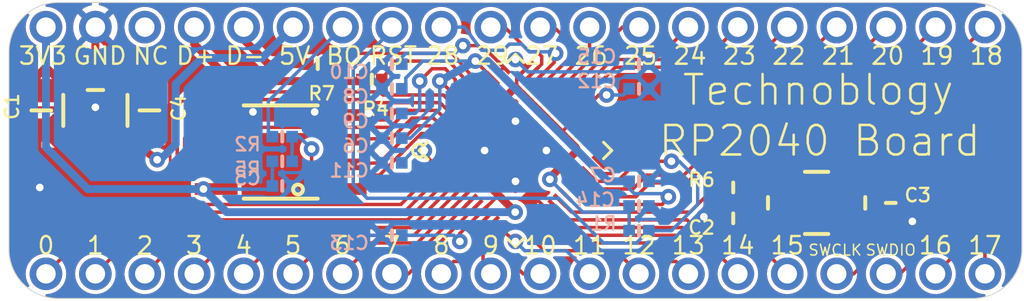
<source format=kicad_pcb>
(kicad_pcb (version 20221018) (generator pcbnew)
  (layers (0 "F.Cu" signal) (31 "B.Cu" signal) (34 "B.Paste" user) (35 "F.Paste" user) (36 "B.SilkS" user "B.Silkscreen") (37 "F.SilkS" user "F.Silkscreen") (38 "B.Mask" user) (39 "F.Mask" user) (44 "Edge.Cuts" user))
  (net 0 "")
  (net 1 "GND")
  (net 2 "+3V3")
  (net 3 "1.2V")
  (net 4 "+5V")
  (net 5 "Net-(IC1-XIN)")
  (net 6 "Net-(C3-Pad2)")
  (net 7 "/GPIO0")
  (net 8 "/GPIO1")
  (net 9 "/GPIO2")
  (net 10 "/GPIO3")
  (net 11 "/GPIO4")
  (net 12 "/GPIO5")
  (net 13 "/GPIO6")
  (net 14 "/GPIO7")
  (net 15 "/GPIO8")
  (net 16 "/GPIO9")
  (net 17 "/GPIO10")
  (net 18 "/GPIO11")
  (net 19 "/GPIO12")
  (net 20 "/GPIO13")
  (net 21 "/GPIO14")
  (net 22 "/GPIO15")
  (net 23 "Net-(IC1-XOUT)")
  (net 24 "/SWCLK")
  (net 25 "/SWDIO")
  (net 26 "/~{RESET}")
  (net 27 "/GPIO16")
  (net 28 "/GPIO17")
  (net 29 "/GPIO18")
  (net 30 "/GPIO19")
  (net 31 "/GPIO20")
  (net 32 "/GPIO21")
  (net 33 "/GPIO22")
  (net 34 "/GPIO23")
  (net 35 "/GPIO24")
  (net 36 "/GPIO25")
  (net 37 "/GPIO26")
  (net 38 "/GPIO27")
  (net 39 "/GPIO28")
  (net 40 "/GPIO29")
  (net 41 "/USB_D-")
  (net 42 "/USB_D+")
  (net 43 "/QSPI_DATA[3]")
  (net 44 "/QSPI_SCK")
  (net 45 "/QSPI_DATA[0]")
  (net 46 "/QSPI_DATA[2]")
  (net 47 "/QSPI_DATA[1]")
  (net 48 "/QSPI_CS")
  (net 49 "/USB_BOOT")
  (net 50 "/D+")
  (net 51 "/D-")
  (net 52 "/DATA")
  (footprint "RP2040Breakout:1X10_ROUND" (layer "F.Cu") (at 135.8011 98.6536)
    (fp_text reference "U$2" hide)
    (fp_text value "HEADER-1X10ROUND" hide)
  )
  (footprint "RP2040Breakout:_0402NO" (layer "F.Cu") (at 141.119225 101.35235)
    (fp_text reference "R4")
    (fp_text value "27" hide)
  )
  (footprint "RP2040Breakout:SOIC8_208MIL" (layer "F.Cu") (at 136.4361 105.082975 90)
    (fp_text reference "U1" hide)
    (fp_text value "W25Q128JVS" hide)
  )
  (footprint "RP2040Breakout:_0402NO" (layer "F.Cu") (at 138.3411 100.5586)
    (fp_text reference "R7")
    (fp_text value "27" hide)
  )
  (footprint "RP2040Breakout:_0805MP" (layer "F.Cu") (at 124.132975 102.93985 -90)
    (fp_text reference "C1")
    (fp_text value "10uF" hide)
  )
  (footprint "RP2040Breakout:CRYSTAL-SMD-5X3" (layer "F.Cu") (at 163.979225 107.70235 180)
    (fp_text reference "Y1" hide)
    (fp_text value "12MHz" hide)
  )
  (footprint "RP2040Breakout:_0402NO" (layer "F.Cu") (at 167.789225 107.70235 90)
    (fp_text reference "C3")
    (fp_text value "12pF" hide)
  )
  (footprint "RP2040Breakout:SOT23-5@1" (layer "F.Cu") (at 126.9111 102.93985)
    (fp_text reference "U2" hide)
    (fp_text value "AP2112-3.3")
  )
  (footprint "RP2040Breakout:1X10_ROUND" (layer "F.Cu") (at 161.2011 111.3536)
    (fp_text reference "U$3" hide)
    (fp_text value "HEADER-1X10ROUND" hide)
  )
  (footprint "RP2040Breakout:1X10_ROUND" (layer "F.Cu") (at 135.8011 111.3536)
    (fp_text reference "U$5" hide)
    (fp_text value "HEADER-1X10ROUND" hide)
  )
  (footprint "RP2040Breakout:1X10_ROUND" (layer "F.Cu") (at 161.2011 98.6536)
    (fp_text reference "U$1" hide)
    (fp_text value "HEADER-1X10ROUND" hide)
  )
  (footprint "RP2040Breakout:_0402NO" (layer "F.Cu") (at 159.692975 106.9086 180)
    (fp_text reference "R6")
    (fp_text value "1K" hide)
  )
  (footprint "RP2040Breakout:_0805MP" (layer "F.Cu") (at 129.689225 102.93985 90)
    (fp_text reference "C4")
    (fp_text value "10uF" hide)
  )
  (footprint "RP2040Breakout:QFN56_7MM_REDUCEDEPAD" (layer "F.Cu") (at 148.5011 105.0036 45)
    (fp_text reference "IC1" hide)
    (fp_text value "RP2040_QFN56" hide)
  )
  (footprint "RP2040Breakout:_0402NO" (layer "F.Cu") (at 159.692975 108.4961)
    (fp_text reference "C2")
    (fp_text value "12pF" hide)
  )
  (footprint "RP2040Breakout:_0402NO" (layer "B.Cu") (at 142.1511 100.5586 180)
    (fp_text reference "C10")
    (fp_text value "1uF" hide)
  )
  (footprint "RP2040Breakout:_0402NO" (layer "B.Cu") (at 142.1511 105.6386 180)
    (fp_text reference "C11")
    (fp_text value "100nF" hide)
  )
  (footprint "RP2040Breakout:_0402NO" (layer "B.Cu") (at 154.8511 100.5586)
    (fp_text reference "C15")
    (fp_text value "100nF" hide)
  )
  (footprint "RP2040Breakout:_0402NO" (layer "B.Cu") (at 136.515475 106.829225)
    (fp_text reference "C5")
    (fp_text value "100nF" hide)
  )
  (footprint "RP2040Breakout:_0402NO" (layer "B.Cu") (at 154.8511 107.8611)
    (fp_text reference "C14")
    (fp_text value "100nF" hide)
  )
  (footprint "RP2040Breakout:_0402NO" (layer "B.Cu") (at 142.1511 101.8286 180)
    (fp_text reference "C8")
    (fp_text value "1uF" hide)
  )
  (footprint "RP2040Breakout:_0402NO" (layer "B.Cu") (at 142.1511 103.0986 180)
    (fp_text reference "C9")
    (fp_text value "100nF" hide)
  )
  (footprint "RP2040Breakout:_0402NO" (layer "B.Cu") (at 154.8511 101.8286)
    (fp_text reference "C12")
    (fp_text value "100nF" hide)
  )
  (footprint "RP2040Breakout:_0402NO" (layer "B.Cu") (at 154.8511 106.5911)
    (fp_text reference "C7")
    (fp_text value "100nF" hide)
  )
  (footprint "RP2040Breakout:_0402NO" (layer "B.Cu") (at 142.1511 104.3686 180)
    (fp_text reference "C6")
    (fp_text value "100nF" hide)
  )
  (footprint "RP2040Breakout:_0402NO" (layer "B.Cu") (at 136.515475 105.559225 180)
    (fp_text reference "R5")
    (fp_text value "10K" hide)
  )
  (footprint "RP2040Breakout:_0402NO" (layer "B.Cu") (at 154.8511 109.1311)
    (fp_text reference "R1")
    (fp_text value "10K" hide)
  )
  (footprint "RP2040Breakout:_0402NO" (layer "B.Cu") (at 142.1511 109.369225 180)
    (fp_text reference "C13")
    (fp_text value "100nF" hide)
  )
  (footprint "RP2040Breakout:_0402NO" (layer "B.Cu") (at 136.515475 104.289225 180)
    (fp_text reference "R2")
    (fp_text value "1k" hide)
  )
  (gr_arc (start 174.5361 110.0836) (mid 173.792151 111.879651) (end 171.9961 112.6236) (stroke (width 0.05)) (layer "Edge.Cuts"))
  (gr_arc (start 171.9961 97.3836) (mid 173.792151 98.127549) (end 174.5361 99.9236) (stroke (width 0.05)) (layer "Edge.Cuts"))
  (gr_arc (start 122.4661 99.9236) (mid 123.210049 98.127549) (end 125.0061 97.3836) (stroke (width 0.05)) (layer "Edge.Cuts"))
  (gr_line (start 122.4661 110.0836) (end 122.4661 99.9236) (stroke (width 0.05)) (layer "Edge.Cuts"))
  (gr_arc (start 125.0061 112.6236) (mid 123.210049 111.879651) (end 122.4661 110.0836) (stroke (width 0.05)) (layer "Edge.Cuts"))
  (gr_line (start 125.0061 112.6236) (end 171.9961 112.6236) (stroke (width 0.05)) (layer "Edge.Cuts"))
  (gr_line (start 174.5361 110.0836) (end 174.5361 99.9236) (stroke (width 0.05)) (layer "Edge.Cuts"))
  (gr_line (start 171.9961 97.3836) (end 125.0061 97.3836) (stroke (width 0.05)) (layer "Edge.Cuts"))
  (gr_text "7" (at 142.1511 109.8931) (layer "F.SilkS") (effects (font (size 0.89408 0.89408) (thickness 0.12192))))
  (gr_text "SWCLK" (at 164.931725 110.131225) (layer "F.SilkS") (effects (font (size 0.5588 0.5588) (thickness 0.0762))))
  (gr_text "22" (at 162.550475 100.129975) (layer "F.SilkS") (effects (font (size 0.89408 0.89408) (thickness 0.12192))))
  (gr_text "D+" (at 132.070475 100.129975) (layer "F.SilkS") (effects (font (size 0.89408 0.89408) (thickness 0.12192))))
  (gr_text "11" (at 152.3111 109.8931) (layer "F.SilkS") (effects (font (size 0.89408 0.89408) (thickness 0.12192))))
  (gr_text "" (at 133.8961 109.5756) (layer "F.SilkS") (effects (font (size 0.89408 0.89408) (thickness 0.12192))))
  (gr_text "RST" (at 142.230475 100.129975) (layer "F.SilkS") (effects (font (size 0.89408 0.89408) (thickness 0.12192))))
  (gr_text "1" (at 126.9111 109.8931) (layer "F.SilkS") (effects (font (size 0.89408 0.89408) (thickness 0.12192))))
  (gr_text "0" (at 124.3711 109.8931) (layer "F.SilkS") (effects (font (size 0.89408 0.89408) (thickness 0.12192))))
  (gr_text "2" (at 129.4511 109.908975) (layer "F.SilkS") (effects (font (size 0.89408 0.89408) (thickness 0.12192))))
  (gr_text "SWDIO" (at 167.789225 110.131225) (layer "F.SilkS") (effects (font (size 0.5588 0.5588) (thickness 0.0762))))
  (gr_text "12" (at 154.8511 109.8931) (layer "F.SilkS") (effects (font (size 0.89408 0.89408) (thickness 0.12192))))
  (gr_text "NC" (at 129.7686 100.129975) (layer "F.SilkS") (effects (font (size 0.89408 0.89408) (thickness 0.12192))))
  (gr_text "18" (at 172.710475 100.129975) (layer "F.SilkS") (effects (font (size 0.89408 0.89408) (thickness 0.12192))))
  (gr_text "15" (at 162.4711 109.8931) (layer "F.SilkS") (effects (font (size 0.89408 0.89408) (thickness 0.12192))))
  (gr_text "16" (at 170.0911 109.8931) (layer "F.SilkS") (effects (font (size 0.89408 0.89408) (thickness 0.12192))))
  (gr_text "6" (at 139.6111 109.8931) (layer "F.SilkS") (effects (font (size 0.89408 0.89408) (thickness 0.12192))))
  (gr_text "3" (at 131.9911 109.8931) (layer "F.SilkS") (effects (font (size 0.89408 0.89408) (thickness 0.12192))))
  (gr_text "D-" (at 134.610475 100.129975) (layer "F.SilkS") (effects (font (size 0.89408 0.89408) (thickness 0.12192))))
  (gr_text "25" (at 154.930475 100.129975) (layer "F.SilkS") (effects (font (size 0.89408 0.89408) (thickness 0.12192))))
  (gr_text "24" (at 157.470475 100.129975) (layer "F.SilkS") (effects (font (size 0.89408 0.89408) (thickness 0.12192))))
  (gr_text "28" (at 144.770475 100.129975) (layer "F.SilkS") (effects (font (size 0.89408 0.89408) (thickness 0.12192))))
  (gr_text "21" (at 165.090475 100.129975) (layer "F.SilkS") (effects (font (size 0.89408 0.89408) (thickness 0.12192))))
  (gr_text "29" (at 147.310475 100.129975) (layer "F.SilkS") (effects (font (size 0.89408 0.89408) (thickness 0.12192))))
  (gr_text "8" (at 144.6911 109.8931) (layer "F.SilkS") (effects (font (size 0.89408 0.89408) (thickness 0.12192))))
  (gr_text "5V" (at 137.150475 100.129975) (layer "F.SilkS") (effects (font (size 0.89408 0.89408) (thickness 0.12192))))
  (gr_text "RP2040 Board" (at 164.137975 105.400475) (layer "F.SilkS") (effects (font (size 1.51892 1.51892) (thickness 0.13208)) (justify bottom)))
  (gr_text "23" (at 160.010475 100.129975) (layer "F.SilkS") (effects (font (size 0.89408 0.89408) (thickness 0.12192))))
  (gr_text "5" (at 137.0711 109.8931) (layer "F.SilkS") (effects (font (size 0.89408 0.89408) (thickness 0.12192))))
  (gr_text "19" (at 170.170475 100.129975) (layer "F.SilkS") (effects (font (size 0.89408 0.89408) (thickness 0.12192))))
  (gr_text "14" (at 159.9311 109.8931) (layer "F.SilkS") (effects (font (size 0.89408 0.89408) (thickness 0.12192))))
  (gr_text "17" (at 172.6311 109.8931) (layer "F.SilkS") (effects (font (size 0.89408 0.89408) (thickness 0.12192))))
  (gr_text "13" (at 157.3911 109.8931) (layer "F.SilkS") (effects (font (size 0.89408 0.89408) (thickness 0.12192))))
  (gr_text "Technoblogy" (at 164.0586 102.7811) (layer "F.SilkS") (effects (font (size 1.51892 1.51892) (thickness 0.13208)) (justify bottom)))
  (gr_text "20" (at 167.630475 100.129975) (layer "F.SilkS") (effects (font (size 0.89408 0.89408) (thickness 0.12192))))
  (gr_text "4" (at 134.5311 109.8931) (layer "F.SilkS") (effects (font (size 0.89408 0.89408) (thickness 0.12192))))
  (gr_text "10" (at 149.7711 109.8931) (layer "F.SilkS") (effects (font (size 0.89408 0.89408) (thickness 0.12192))))
  (gr_text "9" (at 147.2311 109.8931) (layer "F.SilkS") (effects (font (size 0.89408 0.89408) (thickness 0.12192))))
  (gr_text "3V3" (at 124.21235 100.129975) (layer "F.SilkS") (effects (font (size 0.89408 0.89408) (thickness 0.12192))))
  (gr_text "GND" (at 127.149225 100.129975) (layer "F.SilkS") (effects (font (size 0.89408 0.89408) (thickness 0.12192))))
  (gr_text "26" (at 152.390475 100.129975) (layer "F.SilkS") (effects (font (size 0.89408 0.89408) (thickness 0.12192))))
  (gr_text "BO" (at 139.690475 100.129975) (layer "F.SilkS") (effects (font (size 0.89408 0.89408) (thickness 0.12192))))
  (gr_text "27" (at 149.850475 100.129975) (layer "F.SilkS") (effects (font (size 0.89408 0.89408) (thickness 0.12192))))
  (segment (start 124.0536 104.035225) (end 124.132975 103.95585) (width 0.1778) (layer "F.Cu") (net 1))
  (segment (start 124.069475 104.035225) (end 125.244225 102.93985) (width 0.4064) (layer "F.Cu") (net 1))
  (segment (start 124.132975 103.95585) (end 124.069475 104.035225) (width 0.4064) (layer "F.Cu") (net 1))
  (segment (start 149.1361 107.052819) (end 150.233509 108.150229) (width 0.1778) (layer "F.Cu") (net 1))
  (segment (start 126.9111 98.891725) (end 126.9111 102.93985) (width 0.4064) (layer "F.Cu") (net 1))
  (segment (start 148.5011 106.5911) (end 148.5011 105.0036) (width 0.1778) (layer "F.Cu") (net 1))
  (segment (start 139.7511 103.177975) (end 138.49985 103.177975) (width 0.4064) (layer "F.Cu") (net 1))
  (segment (start 124.0536 106.9086) (end 124.0536 104.035225) (width 0.1778) (layer "F.Cu") (net 1))
  (segment (start 158.264225 108.4961) (end 158.18485 108.416725) (width 0.1778) (layer "F.Cu") (net 1))
  (segment (start 126.9111 98.6536) (end 126.9111 98.891725) (width 0.4064) (layer "F.Cu") (net 1))
  (segment (start 149.1361 105.6386) (end 149.1361 107.052819) (width 0.1778) (layer "F.Cu") (net 1))
  (segment (start 159.184975 108.4961) (end 158.264225 108.4961) (width 0.1778) (layer "F.Cu") (net 1))
  (segment (start 125.244225 102.93985) (end 126.9111 102.93985) (width 0.4064) (layer "F.Cu") (net 1))
  (segment (start 138.49985 103.177975) (end 138.420475 103.0986) (width 0.4064) (layer "F.Cu") (net 1))
  (segment (start 129.689225 101.66985) (end 126.9111 98.891725) (width 0.4064) (layer "F.Cu") (net 1))
  (segment (start 148.5011 103.7336) (end 148.5011 105.0036) (width 0.1778) (layer "F.Cu") (net 1))
  (segment (start 129.689225 101.92385) (end 129.689225 101.66985) (width 0.4064) (layer "F.Cu") (net 1))
  (via (at 140.960475 103.0986) (size 0.8001) (drill 0.3937) (layers "F.Cu" "B.Cu") (net 1))
  (via (at 138.18235 103.019225) (size 0.8001) (drill 0.3937) (layers "F.Cu" "B.Cu") (net 1))
  (via (at 150.0886 105.0036) (size 0.8001) (drill 0.3937) (layers "F.Cu" "B.Cu") (net 1))
  (via (at 146.9136 105.0036) (size 0.8001) (drill 0.3937) (layers "F.Cu" "B.Cu") (net 1))
  (via (at 135.00735 103.019225) (size 0.8001) (drill 0.3937) (layers "F.Cu" "B.Cu") (net 1))
  (via (at 124.0536 106.9086) (size 0.8001) (drill 0.3937) (layers "F.Cu" "B.Cu") (net 1))
  (via (at 168.900475 108.65485) (size 0.8001) (drill 0.3937) (layers "F.Cu" "B.Cu") (net 1))
  (via (at 126.9111 102.7811) (size 0.8001) (drill 0.3937) (layers "F.Cu" "B.Cu") (net 1))
  (via (at 158.18485 108.416725) (size 0.8001) (drill 0.3937) (layers "F.Cu" "B.Cu") (net 1))
  (via (at 148.5011 106.5911) (size 0.8001) (drill 0.3937) (layers "F.Cu" "B.Cu") (net 1))
  (via (at 148.5011 103.495475) (size 0.8001) (drill 0.3937) (layers "F.Cu" "B.Cu") (net 1))
  (segment (start 157.3911 107.5436) (end 157.3911 106.9086) (width 0.1778) (layer "B.Cu") (net 1))
  (segment (start 157.0736 106.5911) (end 155.3591 106.5911) (width 0.1778) (layer "B.Cu") (net 1))
  (segment (start 156.7561 108.1786) (end 157.3911 107.5436) (width 0.1778) (layer "B.Cu") (net 1))
  (segment (start 155.96235 108.1786) (end 156.7561 108.1786) (width 0.1778) (layer "B.Cu") (net 1))
  (segment (start 141.6431 109.369225) (end 126.514225 109.369225) (width 0.1778) (layer "B.Cu") (net 1))
  (segment (start 157.3911 106.9086) (end 157.0736 106.5911) (width 0.1778) (layer "B.Cu") (net 1))
  (segment (start 155.3591 107.8611) (end 155.64485 107.8611) (width 0.1778) (layer "B.Cu") (net 1))
  (segment (start 155.64485 107.8611) (end 155.96235 108.1786) (width 0.1778) (layer "B.Cu") (net 1))
  (segment (start 126.514225 109.369225) (end 124.0536 106.9086) (width 0.1778) (layer "B.Cu") (net 1))
  (segment (start 151.647725 103.271191) (end 151.647725 103.285725) (width 0.2032) (layer "F.Cu") (net 2))
  (segment (start 147.588287 107.265788) (end 145.246725 104.924225) (width 0.4064) (layer "F.Cu") (net 2))
  (segment (start 147.588287 107.345163) (end 147.588287 107.265788) (width 0.1778) (layer "F.Cu") (net 2))
  (segment (start 123.89485 101.1936) (end 123.89485 101.92385) (width 0.4064) (layer "F.Cu") (net 2))
  (segment (start 144.223103 105.604644) (end 144.248806 105.604644) (width 0.1778) (layer "F.Cu") (net 2))
  (segment (start 149.10214 100.725607) (end 149.10214 100.75131) (width 0.1778) (layer "F.Cu") (net 2))
  (segment (start 125.2935 101.63975) (end 124.3711 100.71735) (width 0.4064) (layer "F.Cu") (net 2))
  (segment (start 149.10214 100.75131) (end 148.564831 101.288619) (width 0.1778) (layer "F.Cu") (net 2))
  (segment (start 147.270787 102.979538) (end 148.421725 101.8286) (width 0.4064) (layer "F.Cu") (net 2))
  (segment (start 153.184225 102.1461) (end 152.78735 102.1461) (width 0.1778) (layer "F.Cu") (net 2))
  (segment (start 147.018675 99.844225) (end 147.900056 100.725607) (width 0.1778) (layer "F.Cu") (net 2))
  (segment (start 132.46735 106.987975) (end 133.1211 106.987975) (width 0.1778) (layer "F.Cu") (net 2))
  (segment (start 145.6436 109.686725) (end 145.629065 109.28985) (width 0.1778) (layer "F.Cu") (net 2))
  (segment (start 147.018675 99.844225) (end 146.834225 99.844225) (width 0.1778) (layer "F.Cu") (net 2))
  (segment (start 146.998 103.217663) (end 146.203 102.422663) (width 0.1778) (layer "F.Cu") (net 2))
  (segment (start 145.246725 104.924225) (end 144.903521 104.924225) (width 0.1778) (layer "F.Cu") (net 2))
  (segment (start 150.842662 104.090788) (end 148.564831 101.812957) (width 0.4064) (layer "F.Cu") (net 2))
  (segment (start 146.834225 99.844225) (end 146.5961 99.6061) (width 0.1778) (layer "F.Cu") (net 2))
  (segment (start 145.629065 109.28985) (end 146.768687 108.150229) (width 0.1778) (layer "F.Cu") (net 2))
  (segment (start 151.6761 105.0036) (end 151.596725 104.84485) (width 0.4064) (layer "F.Cu") (net 2))
  (segment (start 147.032662 103.217663) (end 147.270787 102.979538) (width 0.4064) (layer "F.Cu") (net 2))
  (segment (start 146.768687 108.150229) (end 146.768687 108.164763) (width 0.1778) (layer "F.Cu") (net 2))
  (segment (start 124.3711 98.6536) (end 124.3711 100.71735) (width 0.4064) (layer "F.Cu") (net 2))
  (segment (start 144.903521 104.924225) (end 144.223103 105.604644) (width 0.1778) (layer "F.Cu") (net 2))
  (segment (start 124.3711 100.71735) (end 123.89485 101.1936) (width 0.4064) (layer "F.Cu") (net 2))
  (segment (start 147.032662 103.217663) (end 146.998 103.217663) (width 0.1778) (layer "F.Cu") (net 2))
  (segment (start 145.405475 101.35235) (end 145.405475 101.625138) (width 0.1778) (layer "F.Cu") (net 2))
  (segment (start 150.24735 106.43235) (end 151.6761 105.0036) (width 0.4064) (layer "F.Cu") (net 2))
  (segment (start 144.030396 105.400475) (end 144.223103 105.604644) (width 0.1778) (layer "F.Cu") (net 2))
  (segment (start 123.89485 101.92385) (end 124.132975 101.92385) (width 0.4064) (layer "F.Cu") (net 2))
  (segment (start 151.662259 103.271191) (end 152.78735 102.1461) (width 0.1778) (layer "F.Cu") (net 2))
  (segment (start 150.24735 106.467013) (end 150.269706 106.489369) (width 0.1778) (layer "F.Cu") (net 2))
  (segment (start 144.894562 100.796725) (end 144.21485 100.796725) (width 0.1778) (layer "F.Cu") (net 2))
  (segment (start 147.270787 102.924763) (end 146.485843 102.139819) (width 0.1778) (layer "F.Cu") (net 2))
  (segment (start 145.80235 99.6061) (end 146.5961 99.6061) (width 0.1778) (layer "F.Cu") (net 2))
  (segment (start 151.647725 103.285725) (end 150.842662 104.090788) (width 0.1778) (layer "F.Cu") (net 2))
  (segment (start 150.269706 106.489369) (end 151.082037 107.3017) (width 0.1778) (layer "F.Cu") (net 2))
  (segment (start 146.203 102.422663) (end 146.237662 102.422663) (width 0.1778) (layer "F.Cu") (net 2))
  (segment (start 150.292062 106.511725) (end 150.269706 106.489369) (width 0.1778) (layer "F.Cu") (net 2))
  (segment (start 147.270787 102.979538) (end 147.270787 102.924763) (width 0.1778) (layer "F.Cu") (net 2))
  (segment (start 146.768687 108.164763) (end 147.588287 107.345163) (width 0.1778) (layer "F.Cu") (net 2))
  (segment (start 147.900056 100.725607) (end 147.617215 101.008447) (width 0.1778) (layer "F.Cu") (net 2))
  (segment (start 146.485843 102.139819) (end 146.510443 102.139819) (width 0.1778) (layer "F.Cu") (net 2))
  (segment (start 148.5011 100.320475) (end 148.697009 100.320475) (width 0.1778) (layer "F.Cu") (net 2))
  (segment (start 148.564831 101.812957) (end 148.564831 101.288619) (width 0.1778) (layer "F.Cu") (net 2))
  (segment (start 145.405475 101.625138) (end 146.203 102.422663) (width 0.1778) (layer "F.Cu") (net 2))
  (segment (start 151.596725 104.84485) (end 150.842662 104.090788) (width 0.4064) (layer "F.Cu") (net 2))
  (segment (start 125.9611 101.63975) (end 125.2935 101.63975) (width 0.4064) (layer "F.Cu") (net 2))
  (segment (start 148.421725 101.812957) (end 148.564831 101.812957) (width 0.4064) (layer "F.Cu") (net 2))
  (segment (start 150.24735 106.43235) (end 150.24735 106.467013) (width 0.1778) (layer "F.Cu") (net 2))
  (segment (start 151.647725 103.271191) (end 151.662259 103.271191) (width 0.1778) (layer "F.Cu") (net 2))
  (segment (start 148.697009 100.320475) (end 149.10214 100.725607) (width 0.1778) (layer "F.Cu") (net 2))
  (segment (start 143.817975 105.0036) (end 144.030396 105.400475) (width 0.1778) (layer "F.Cu") (net 2))
  (segment (start 148.421725 101.812957) (end 147.617215 101.008447) (width 0.1778) (layer "F.Cu") (net 2))
  (segment (start 148.486565 108.164066) (end 147.588287 107.265788) (width 0.4064) (layer "F.Cu") (net 2))
  (segment (start 145.3261 104.924225) (end 147.032662 103.217663) (width 0.4064) (layer "F.Cu") (net 2))
  (segment (start 144.21485 100.796725) (end 143.57985 101.431725) (width 0.1778) (layer "F.Cu") (net 2))
  (segment (start 148.421725 101.812957) (end 148.421725 101.8286) (width 0.4064) (layer "F.Cu") (net 2))
  (segment (start 148.486565 108.164066) (end 148.486565 108.1786) (width 0.4064) (layer "F.Cu") (net 2))
  (segment (start 145.246725 104.924225) (end 145.3261 104.924225) (width 0.4064) (layer "F.Cu") (net 2))
  (segment (start 144.894562 100.796725) (end 145.405475 101.35235) (width 0.1778) (layer "F.Cu") (net 2))
  (via (at 150.269706 106.489369) (size 0.8001) (drill 0.3937) (layers "F.Cu" "B.Cu") (net 2))
  (via (at 145.80235 99.6061) (size 0.8001) (drill 0.3937) (layers "F.Cu" "B.Cu") (net 2))
  (via (at 145.6436 109.686725) (size 0.8001) (drill 0.3937) (layers "F.Cu" "B.Cu") (net 2))
  (via (at 143.817975 105.0036) (size 0.8001) (drill 0.3937) (layers "F.Cu" "B.Cu") (net 2))
  (via (at 153.184225 102.1461) (size 0.8001) (drill 0.3937) (layers "F.Cu" "B.Cu") (net 2))
  (via (at 132.46735 106.987975) (size 0.8001) (drill 0.3937) (layers "F.Cu" "B.Cu") (net 2))
  (via (at 143.57985 101.431725) (size 0.8001) (drill 0.3937) (layers "F.Cu" "B.Cu") (net 2))
  (via (at 148.5011 100.320475) (size 0.8001) (drill 0.3937) (layers "F.Cu" "B.Cu") (net 2))
  (via (at 148.486565 108.1786) (size 0.8001) (drill 0.3937) (layers "F.Cu" "B.Cu") (net 2))
  (segment (start 154.3431 107.8611) (end 154.3431 109.1311) (width 0.1778) (layer "B.Cu") (net 2))
  (segment (start 136.007475 106.829225) (end 135.865475 107.002975) (width 0.1778) (layer "B.Cu") (net 2))
  (segment (start 126.514225 106.987975) (end 124.3711 104.84485) (width 0.4064) (layer "B.Cu") (net 2))
  (segment (start 154.3431 101.8286) (end 154.3431 101.86035) (width 0.1778) (layer "B.Cu") (net 2))
  (segment (start 143.57985 102.860475) (end 143.341725 103.0986) (width 0.1778) (layer "B.Cu") (net 2))
  (segment (start 153.804225 100.955475) (end 154.3431 100.5586) (width 0.1778) (layer "B.Cu") (net 2))
  (segment (start 149.1361 100.955475) (end 148.5011 100.320475) (width 0.1778) (layer "B.Cu") (net 2))
  (segment (start 154.263725 108.1786) (end 154.3431 107.8611) (width 0.1778) (layer "B.Cu") (net 2))
  (segment (start 142.6591 100.5586) (end 142.6591 100.20935) (width 0.1778) (layer "B.Cu") (net 2))
  (segment (start 142.6591 103.0986) (end 142.880475 103.004225) (width 0.1778) (layer "B.Cu") (net 2))
  (segment (start 142.865475 100.002975) (end 145.405475 100.002975) (width 0.1778) (layer "B.Cu") (net 2))
  (segment (start 154.05735 102.1461) (end 153.184225 102.1461) (width 0.1778) (layer "B.Cu") (net 2))
  (segment (start 153.804225 100.955475) (end 149.1361 100.955475) (width 0.1778) (layer "B.Cu") (net 2))
  (segment (start 143.57985 101.431725) (end 143.57985 102.860475) (width 0.1778) (layer "B.Cu") (net 2))
  (segment (start 135.865475 107.002975) (end 132.46735 106.987975) (width 0.1778) (layer "B.Cu") (net 2))
  (segment (start 151.958937 108.1786) (end 154.263725 108.1786) (width 0.1778) (layer "B.Cu") (net 2))
  (segment (start 142.6591 105.6386) (end 143.26235 105.0036) (width 0.1778) (layer "B.Cu") (net 2))
  (segment (start 133.657975 108.1786) (end 132.46735 106.987975) (width 0.4064) (layer "B.Cu") (net 2))
  (segment (start 124.3711 104.84485) (end 124.3711 98.6536) (width 0.4064) (layer "B.Cu") (net 2))
  (segment (start 142.6591 109.369225) (end 145.3261 109.369225) (width 0.1778) (layer "B.Cu") (net 2))
  (segment (start 143.341725 103.0986) (end 142.6591 103.0986) (width 0.1778) (layer "B.Cu") (net 2))
  (segment (start 148.486565 108.1786) (end 133.657975 108.1786) (width 0.4064) (layer "B.Cu") (net 2))
  (segment (start 154.3431 101.86035) (end 154.05735 102.1461) (width 0.1778) (layer "B.Cu") (net 2))
  (segment (start 145.405475 100.002975) (end 145.80235 99.6061) (width 0.1778) (layer "B.Cu") (net 2))
  (segment (start 151.958937 108.1786) (end 150.269706 106.489369) (width 0.1778) (layer "B.Cu") (net 2))
  (segment (start 136.007475 105.559225) (end 136.007475 106.829225) (width 0.1778) (layer "B.Cu") (net 2))
  (segment (start 142.6591 100.20935) (end 142.865475 100.002975) (width 0.1778) (layer "B.Cu") (net 2))
  (segment (start 132.46735 106.987975) (end 126.514225 106.987975) (width 0.4064) (layer "B.Cu") (net 2))
  (segment (start 143.26235 105.0036) (end 143.817975 105.0036) (width 0.1778) (layer "B.Cu") (net 2))
  (segment (start 145.3261 109.369225) (end 145.6436 109.686725) (width 0.1778) (layer "B.Cu") (net 2))
  (segment (start 147.32879 101.291291) (end 146.43735 100.39985) (width 0.1778) (layer "F.Cu") (net 3))
  (segment (start 152.12775 107.781725) (end 156.041725 107.781725) (width 0.1778) (layer "F.Cu") (net 3))
  (segment (start 144.611725 101.431725) (end 144.963881 101.749225) (width 0.1778) (layer "F.Cu") (net 3))
  (segment (start 151.364881 107.018857) (end 151.389481 107.018857) (width 0.1778) (layer "F.Cu") (net 3))
  (segment (start 144.963881 101.749225) (end 145.920159 102.705504) (width 0.1778) (layer "F.Cu") (net 3))
  (segment (start 147.334371 101.291291) (end 147.32879 101.291291) (width 0.1778) (layer "F.Cu") (net 3))
  (segment (start 152.12775 107.781725) (end 151.364881 107.018857) (width 0.1778) (layer "F.Cu") (net 3))
  (segment (start 156.041725 107.781725) (end 156.359225 107.38485) (width 0.1778) (layer "F.Cu") (net 3))
  (via (at 156.359225 107.38485) (size 0.8001) (drill 0.3937) (layers "F.Cu" "B.Cu") (net 3))
  (via (at 144.611725 101.431725) (size 0.8001) (drill 0.3937) (layers "F.Cu" "B.Cu") (net 3))
  (via (at 146.43735 100.39985) (size 0.8001) (drill 0.3937) (layers "F.Cu" "B.Cu") (net 3))
  (segment (start 153.2636 106.5911) (end 154.3431 106.5911) (width 0.4064) (layer "B.Cu") (net 3))
  (segment (start 142.6591 101.8286) (end 142.4836 101.734225) (width 0.1778) (layer "B.Cu") (net 3))
  (segment (start 144.611725 101.431725) (end 146.43735 100.39985) (width 0.4064) (layer "B.Cu") (net 3))
  (segment (start 142.865475 101.622225) (end 142.6591 101.8286) (width 0.1778) (layer "B.Cu") (net 3))
  (segment (start 154.612975 107.2261) (end 156.200475 107.2261) (width 0.1778) (layer "B.Cu") (net 3))
  (segment (start 143.7386 100.39985) (end 142.865475 101.272975) (width 0.1778) (layer "B.Cu") (net 3))
  (segment (start 147.07235 100.39985) (end 153.2636 106.5911) (width 0.4064) (layer "B.Cu") (net 3))
  (segment (start 142.865475 101.272975) (end 142.865475 101.622225) (width 0.1778) (layer "B.Cu") (net 3))
  (segment (start 144.611725 102.860475) (end 143.1036 104.3686) (width 0.1778) (layer "B.Cu") (net 3))
  (segment (start 154.3431 106.5911) (end 154.3431 106.956225) (width 0.1778) (layer "B.Cu") (net 3))
  (segment (start 144.611725 101.431725) (end 144.611725 102.860475) (width 0.1778) (layer "B.Cu") (net 3))
  (segment (start 143.1036 104.3686) (end 142.6591 104.3686) (width 0.1778) (layer "B.Cu") (net 3))
  (segment (start 143.7386 100.39985) (end 146.43735 100.39985) (width 0.1778) (layer "B.Cu") (net 3))
  (segment (start 156.200475 107.2261) (end 156.359225 107.38485) (width 0.1778) (layer "B.Cu") (net 3))
  (segment (start 146.43735 100.39985) (end 147.07235 100.39985) (width 0.4064) (layer "B.Cu") (net 3))
  (segment (start 154.3431 106.956225) (end 154.612975 107.2261) (width 0.1778) (layer "B.Cu") (net 3))
  (segment (start 127.8611 104.23995) (end 127.8611 105.16485) (width 0.4064) (layer "F.Cu") (net 4))
  (segment (start 125.9611 104.23995) (end 125.9611 105.085475) (width 0.4064) (layer "F.Cu") (net 4))
  (segment (start 127.5461 105.3211) (end 129.1336 105.3211) (width 0.4064) (layer "F.Cu") (net 4))
  (segment (start 130.0861 105.47985) (end 129.4511 105.0036) (width 0.4064) (layer "F.Cu") (net 4))
  (segment (start 127.8611 105.16485) (end 127.5461 105.3211) (width 0.4064) (layer "F.Cu") (net 4))
  (segment (start 129.4511 104.035225) (end 129.689225 103.95585) (width 0.4064) (layer "F.Cu") (net 4))
  (segment (start 126.2761 105.3211) (end 127.5461 105.3211) (width 0.4064) (layer "F.Cu") (net 4))
  (segment (start 129.4511 105.0036) (end 129.4511 104.035225) (width 0.4064) (layer "F.Cu") (net 4))
  (segment (start 129.1336 105.3211) (end 129.4511 105.0036) (width 0.4064) (layer "F.Cu") (net 4))
  (segment (start 125.9611 105.085475) (end 126.2761 105.3211) (width 0.4064) (layer "F.Cu") (net 4))
  (via (at 130.0861 105.47985) (size 0.8001) (drill 0.3937) (layers "F.Cu" "B.Cu") (net 4))
  (segment (start 130.0861 105.47985) (end 130.24485 105.47985) (width 0.4064) (layer "B.Cu") (net 4))
  (segment (start 131.0386 101.590475) (end 132.387975 100.2411) (width 0.4064) (layer "B.Cu") (net 4))
  (segment (start 131.0386 104.6861) (end 131.0386 101.590475) (width 0.4064) (layer "B.Cu") (net 4))
  (segment (start 135.4836 100.2411) (end 137.0711 98.6536) (width 0.4064) (layer "B.Cu") (net 4))
  (segment (start 130.24485 105.47985) (end 131.0386 104.6861) (width 0.4064) (layer "B.Cu") (net 4))
  (segment (start 132.387975 100.2411) (end 135.4836 100.2411) (width 0.4064) (layer "B.Cu") (net 4))
  (segment (start 162.090475 109.051725) (end 160.7566 109.051725) (width 0.1778) (layer "F.Cu") (net 5))
  (segment (start 158.105475 109.369225) (end 159.9311 109.369225) (width 0.1778) (layer "F.Cu") (net 5))
  (segment (start 151.224443 108.575475) (end 150.516353 107.867385) (width 0.1778) (layer "F.Cu") (net 5))
  (segment (start 157.311725 108.575475) (end 158.105475 109.369225) (width 0.1778) (layer "F.Cu") (net 5))
  (segment (start 160.169225 109.1311) (end 160.169225 108.52785) (width 0.1778) (layer "F.Cu") (net 5))
  (segment (start 162.090475 109.051725) (end 162.129225 108.85235) (width 0.1778) (layer "F.Cu") (net 5))
  (segment (start 160.169225 108.52785) (end 160.200975 108.4961) (width 0.1778) (layer "F.Cu") (net 5))
  (segment (start 160.7566 109.051725) (end 160.200975 108.4961) (width 0.1778) (layer "F.Cu") (net 5))
  (segment (start 159.9311 109.369225) (end 160.169225 109.1311) (width 0.1778) (layer "F.Cu") (net 5))
  (segment (start 151.224443 108.575475) (end 157.311725 108.575475) (width 0.1778) (layer "F.Cu") (net 5))
  (segment (start 167.789225 107.19435) (end 167.789225 106.829225) (width 0.1778) (layer "F.Cu") (net 6))
  (segment (start 167.789225 106.829225) (end 167.471725 106.511725) (width 0.1778) (layer "F.Cu") (net 6))
  (segment (start 161.35985 107.781725) (end 164.59985 107.781725) (width 0.1778) (layer "F.Cu") (net 6))
  (segment (start 165.86985 106.511725) (end 165.829225 106.55235) (width 0.1778) (layer "F.Cu") (net 6))
  (segment (start 160.486725 107.146725) (end 161.35985 107.781725) (width 0.1778) (layer "F.Cu") (net 6))
  (segment (start 160.200975 106.9086) (end 160.486725 107.146725) (width 0.1778) (layer "F.Cu") (net 6))
  (segment (start 164.59985 107.781725) (end 165.829225 106.55235) (width 0.1778) (layer "F.Cu") (net 6))
  (segment (start 167.471725 106.511725) (end 165.86985 106.511725) (width 0.1778) (layer "F.Cu") (net 6))
  (segment (start 127.942975 107.781725) (end 142.611703 107.781725) (width 0.1778) (layer "F.Cu") (net 7))
  (segment (start 127.942975 107.781725) (end 124.3711 111.3536) (width 0.1778) (layer "F.Cu") (net 7))
  (segment (start 142.611703 107.781725) (end 144.505943 105.887485) (width 0.1778) (layer "F.Cu") (net 7))
  (segment (start 142.780515 108.1786) (end 144.788787 106.170329) (width 0.1778) (layer "F.Cu") (net 8))
  (segment (start 130.0861 108.1786) (end 142.780515 108.1786) (width 0.1778) (layer "F.Cu") (net 8))
  (segment (start 126.9111 111.3536) (end 130.0861 108.1786) (width 0.1778) (layer "F.Cu") (net 8))
  (segment (start 142.949328 108.575475) (end 145.071631 106.453172) (width 0.1778) (layer "F.Cu") (net 9))
  (segment (start 132.229225 108.575475) (end 142.949328 108.575475) (width 0.1778) (layer "F.Cu") (net 9))
  (segment (start 129.4511 111.3536) (end 132.229225 108.575475) (width 0.1778) (layer "F.Cu") (net 9))
  (segment (start 143.118134 108.97235) (end 145.354471 106.736013) (width 0.1778) (layer "F.Cu") (net 10))
  (segment (start 134.37235 108.97235) (end 143.118134 108.97235) (width 0.1778) (layer "F.Cu") (net 10))
  (segment (start 131.9911 111.3536) (end 134.37235 108.97235) (width 0.1778) (layer "F.Cu") (net 10))
  (segment (start 136.515475 109.369225) (end 143.286946 109.369225) (width 0.1778) (layer "F.Cu") (net 11))
  (segment (start 134.5311 111.3536) (end 136.515475 109.369225) (width 0.1778) (layer "F.Cu") (net 11))
  (segment (start 143.286946 109.369225) (end 145.637315 107.018857) (width 0.1778) (layer "F.Cu") (net 11))
  (segment (start 143.455759 109.7661) (end 138.6586 109.7661) (width 0.1778) (layer "F.Cu") (net 12))
  (segment (start 137.0711 111.3536) (end 138.6586 109.7661) (width 0.1778) (layer "F.Cu") (net 12))
  (segment (start 143.455759 109.7661) (end 145.920159 107.3017) (width 0.1778) (layer "F.Cu") (net 12))
  (segment (start 143.624565 110.162975) (end 146.203 107.584541) (width 0.1778) (layer "F.Cu") (net 13))
  (segment (start 139.6111 111.3536) (end 140.801725 110.162975) (width 0.1778) (layer "F.Cu") (net 13))
  (segment (start 143.624565 110.162975) (end 140.801725 110.162975) (width 0.1778) (layer "F.Cu") (net 13))
  (segment (start 142.1511 111.3536) (end 142.999628 111.3536) (width 0.1778) (layer "F.Cu") (net 14))
  (segment (start 142.999628 111.3536) (end 146.485843 107.867385) (width 0.1778) (layer "F.Cu") (net 14))
  (segment (start 145.3261 110.7186) (end 144.6911 111.3536) (width 0.1778) (layer "F.Cu") (net 15))
  (segment (start 146.43735 109.051725) (end 146.43735 110.24235) (width 0.1778) (layer "F.Cu") (net 15))
  (segment (start 147.051528 108.433069) (end 147.051528 108.437547) (width 0.1778) (layer "F.Cu") (net 15))
  (segment (start 146.43735 110.24235) (end 145.9611 110.7186) (width 0.1778) (layer "F.Cu") (net 15))
  (segment (start 147.051528 108.437547) (end 146.43735 109.051725) (width 0.1778) (layer "F.Cu") (net 15))
  (segment (start 145.9611 110.7186) (end 145.3261 110.7186) (width 0.1778) (layer "F.Cu") (net 15))
  (segment (start 146.834225 109.210475) (end 146.834225 111.115475) (width 0.1778) (layer "F.Cu") (net 16))
  (segment (start 147.334371 108.715913) (end 147.328787 108.715913) (width 0.1778) (layer "F.Cu") (net 16))
  (segment (start 146.834225 111.115475) (end 147.2311 111.3536) (width 0.1778) (layer "F.Cu") (net 16))
  (segment (start 147.328787 108.715913) (end 146.834225 109.210475) (width 0.1778) (layer "F.Cu") (net 16))
  (segment (start 147.2311 109.384872) (end 147.617215 108.998757) (width 0.1778) (layer "F.Cu") (net 17))
  (segment (start 148.897975 111.3536) (end 147.2311 109.686725) (width 0.1778) (layer "F.Cu") (net 17))
  (segment (start 149.7711 111.3536) (end 148.897975 111.3536) (width 0.1778) (layer "F.Cu") (net 17))
  (segment (start 147.2311 109.686725) (end 147.2311 109.384872) (width 0.1778) (layer "F.Cu") (net 17))
  (segment (start 147.900056 109.281597) (end 148.016596 109.281597) (width 0.1778) (layer "F.Cu") (net 18))
  (segment (start 148.016596 109.281597) (end 148.5011 109.686725) (width 0.1778) (layer "F.Cu") (net 18))
  (via (at 148.5011 109.686725) (size 0.8001) (drill 0.3937) (layers "F.Cu" "B.Cu") (net 18))
  (segment (start 148.97735 110.162975) (end 148.5011 109.686725) (width 0.1778) (layer "B.Cu") (net 18))
  (segment (start 151.120475 110.162975) (end 152.3111 111.3536) (width 0.1778) (layer "B.Cu") (net 18))
  (segment (start 151.120475 110.162975) (end 148.97735 110.162975) (width 0.1778) (layer "B.Cu") (net 18))
  (segment (start 153.660475 110.162975) (end 149.983518 110.162975) (width 0.1778) (layer "F.Cu") (net 19))
  (segment (start 149.983518 110.162975) (end 149.10214 109.281597) (width 0.1778) (layer "F.Cu") (net 19))
  (segment (start 154.8511 111.3536) (end 153.660475 110.162975) (width 0.1778) (layer "F.Cu") (net 19))
  (segment (start 156.1211 110.7186) (end 156.7561 110.7186) (width 0.1778) (layer "F.Cu") (net 20))
  (segment (start 155.1686 109.7661) (end 150.152325 109.7661) (width 0.1778) (layer "F.Cu") (net 20))
  (segment (start 156.7561 110.7186) (end 157.3911 111.3536) (width 0.1778) (layer "F.Cu") (net 20))
  (segment (start 150.152325 109.7661) (end 149.384981 108.998757) (width 0.1778) (layer "F.Cu") (net 20))
  (segment (start 155.1686 109.7661) (end 156.1211 110.7186) (width 0.1778) (layer "F.Cu") (net 20))
  (segment (start 150.321137 109.369225) (end 149.667825 108.715913) (width 0.1778) (layer "F.Cu") (net 21))
  (segment (start 156.835475 109.369225) (end 157.629225 110.162975) (width 0.1778) (layer "F.Cu") (net 21))
  (segment (start 157.629225 110.162975) (end 158.740475 110.162975) (width 0.1778) (layer "F.Cu") (net 21))
  (segment (start 156.835475 109.369225) (end 150.321137 109.369225) (width 0.1778) (layer "F.Cu") (net 21))
  (segment (start 158.740475 110.162975) (end 159.9311 111.3536) (width 0.1778) (layer "F.Cu") (net 21))
  (segment (start 160.8836 109.7661) (end 157.86735 109.7661) (width 0.1778) (layer "F.Cu") (net 22))
  (segment (start 150.48995 108.97235) (end 149.950668 108.433069) (width 0.1778) (layer "F.Cu") (net 22))
  (segment (start 162.4711 111.3536) (end 160.8836 109.7661) (width 0.1778) (layer "F.Cu") (net 22))
  (segment (start 157.86735 109.7661) (end 157.0736 108.97235) (width 0.1778) (layer "F.Cu") (net 22))
  (segment (start 157.0736 108.97235) (end 150.48995 108.97235) (width 0.1778) (layer "F.Cu") (net 22))
  (segment (start 158.740475 106.9086) (end 157.470475 108.1786) (width 0.1778) (layer "F.Cu") (net 23))
  (segment (start 159.184975 106.9086) (end 158.740475 106.9086) (width 0.1778) (layer "F.Cu") (net 23))
  (segment (start 150.799196 107.584541) (end 150.843915 107.584541) (width 0.1778) (layer "F.Cu") (net 23))
  (segment (start 151.393256 108.1786) (end 157.470475 108.1786) (width 0.1778) (layer "F.Cu") (net 23))
  (segment (start 151.393256 108.1786) (end 150.799196 107.584541) (width 0.1778) (layer "F.Cu") (net 23))
  (segment (start 157.311725 106.670475) (end 158.3436 105.6386) (width 0.1778) (layer "F.Cu") (net 24))
  (segment (start 155.406725 106.670475) (end 157.311725 106.670475) (width 0.1778) (layer "F.Cu") (net 24))
  (segment (start 165.884225 111.3536) (end 167.154225 110.0836) (width 0.1778) (layer "F.Cu") (net 24))
  (segment (start 169.694225 106.5911) (end 169.694225 109.210475) (width 0.1778) (layer "F.Cu") (net 24))
  (segment (start 154.69235 107.38485) (end 155.406725 106.670475) (width 0.1778) (layer "F.Cu") (net 24))
  (segment (start 152.296562 107.38485) (end 154.69235 107.38485) (width 0.1778) (layer "F.Cu") (net 24))
  (segment (start 168.741725 105.6386) (end 169.694225 106.5911) (width 0.1778) (layer "F.Cu") (net 24))
  (segment (start 167.154225 110.0836) (end 168.8211 110.0836) (width 0.1778) (layer "F.Cu") (net 24))
  (segment (start 165.0111 111.3536) (end 165.884225 111.3536) (width 0.1778) (layer "F.Cu") (net 24))
  (segment (start 158.3436 105.6386) (end 168.741725 105.6386) (width 0.1778) (layer "F.Cu") (net 24))
  (segment (start 169.694225 109.210475) (end 168.8211 110.0836) (width 0.1778) (layer "F.Cu") (net 24))
  (segment (start 152.296562 107.38485) (end 151.647725 106.736013) (width 0.1778) (layer "F.Cu") (net 24))
  (segment (start 157.152975 106.2736) (end 158.18485 105.241725) (width 0.1778) (layer "F.Cu") (net 25))
  (segment (start 152.465368 106.987975) (end 154.5336 106.987975) (width 0.1778) (layer "F.Cu") (net 25))
  (segment (start 155.247975 106.2736) (end 157.152975 106.2736) (width 0.1778) (layer "F.Cu") (net 25))
  (segment (start 152.465368 106.987975) (end 151.930565 106.453172) (width 0.1778) (layer "F.Cu") (net 25))
  (segment (start 170.0911 109.527975) (end 168.265475 111.3536) (width 0.1778) (layer "F.Cu") (net 25))
  (segment (start 168.265475 111.3536) (end 167.5511 111.3536) (width 0.1778) (layer "F.Cu") (net 25))
  (segment (start 168.900475 105.241725) (end 170.0911 106.43235) (width 0.1778) (layer "F.Cu") (net 25))
  (segment (start 170.0911 106.43235) (end 170.0911 109.527975) (width 0.1778) (layer "F.Cu") (net 25))
  (segment (start 154.5336 106.987975) (end 155.247975 106.2736) (width 0.1778) (layer "F.Cu") (net 25))
  (segment (start 158.18485 105.241725) (end 168.900475 105.241725) (width 0.1778) (layer "F.Cu") (net 25))
  (segment (start 154.771725 105.559225) (end 156.517975 105.559225) (width 0.1778) (layer "F.Cu") (net 26))
  (segment (start 152.213409 106.17591) (end 152.6286 106.5911) (width 0.1778) (layer "F.Cu") (net 26))
  (segment (start 153.73985 106.5911) (end 154.771725 105.559225) (width 0.1778) (layer "F.Cu") (net 26))
  (segment (start 152.6286 106.5911) (end 153.73985 106.5911) (width 0.1778) (layer "F.Cu") (net 26))
  (segment (start 152.213409 106.170329) (end 152.213409 106.17591) (width 0.1778) (layer "F.Cu") (net 26))
  (via (at 156.517975 105.559225) (size 0.8001) (drill 0.3937) (layers "F.Cu" "B.Cu") (net 26))
  (segment (start 156.517975 105.559225) (end 156.91485 105.559225) (width 0.1778) (layer "B.Cu") (net 26))
  (segment (start 157.86735 107.781725) (end 156.517975 109.1311) (width 0.1778) (layer "B.Cu") (net 26))
  (segment (start 142.1511 98.81235) (end 140.166725 100.796725) (width 0.1778) (layer "B.Cu") (net 26))
  (segment (start 142.1511 98.6536) (end 142.1511 98.81235) (width 0.1778) (layer "B.Cu") (net 26))
  (segment (start 156.517975 109.1311) (end 155.3591 109.1311) (width 0.1778) (layer "B.Cu") (net 26))
  (segment (start 156.91485 105.559225) (end 157.86735 106.511725) (width 0.1778) (layer "B.Cu") (net 26))
  (segment (start 140.8811 107.464225) (end 150.7236 107.464225) (width 0.1778) (layer "B.Cu") (net 26))
  (segment (start 140.166725 106.74985) (end 140.8811 107.464225) (width 0.1778) (layer "B.Cu") (net 26))
  (segment (start 157.86735 106.511725) (end 157.86735 107.781725) (width 0.1778) (layer "B.Cu") (net 26))
  (segment (start 150.7236 107.464225) (end 153.025475 109.7661) (width 0.1778) (layer "B.Cu") (net 26))
  (segment (start 154.7241 109.7661) (end 155.3591 109.1311) (width 0.1778) (layer "B.Cu") (net 26))
  (segment (start 140.166725 100.796725) (end 140.166725 106.74985) (width 0.1778) (layer "B.Cu") (net 26))
  (segment (start 153.025475 109.7661) (end 154.7241 109.7661) (width 0.1778) (layer "B.Cu") (net 26))
  (segment (start 152.802993 106.194225) (end 152.496253 105.887485) (width 0.1778) (layer "F.Cu") (net 27))
  (segment (start 170.7261 104.84485) (end 154.771725 104.84485) (width 0.1778) (layer "F.Cu") (net 27))
  (segment (start 172.234225 106.352975) (end 172.234225 109.210475) (width 0.1778) (layer "F.Cu") (net 27))
  (segment (start 153.42235 106.194225) (end 152.802993 106.194225) (width 0.1778) (layer "F.Cu") (net 27))
  (segment (start 153.42235 106.194225) (end 154.771725 104.84485) (width 0.1778) (layer "F.Cu") (net 27))
  (segment (start 172.234225 106.352975) (end 170.7261 104.84485) (width 0.1778) (layer "F.Cu") (net 27))
  (segment (start 172.234225 109.210475) (end 170.0911 111.3536) (width 0.1778) (layer "F.Cu") (net 27))
  (segment (start 170.964225 104.447975) (end 172.6311 106.11485) (width 0.1778) (layer "F.Cu") (net 28))
  (segment (start 172.6311 106.11485) (end 172.6311 111.3536) (width 0.1778) (layer "F.Cu") (net 28))
  (segment (start 170.964225 104.447975) (end 153.935762 104.447975) (width 0.1778) (layer "F.Cu") (net 28))
  (segment (start 153.935762 104.447975) (end 152.779093 105.604644) (width 0.1778) (layer "F.Cu") (net 28))
  (segment (start 152.832765 104.40256) (end 153.10485 104.0511) (width 0.1778) (layer "F.Cu") (net 29))
  (segment (start 153.10485 104.0511) (end 167.154225 104.0511) (width 0.1778) (layer "F.Cu") (net 29))
  (segment (start 152.779093 104.40256) (end 152.832765 104.40256) (width 0.1778) (layer "F.Cu") (net 29))
  (segment (start 172.6311 98.6536) (end 167.154225 104.0511) (width 0.1778) (layer "F.Cu") (net 29))
  (segment (start 152.496253 104.119719) (end 152.496253 104.104072) (width 0.1778) (layer "F.Cu") (net 30))
  (segment (start 152.496253 104.104072) (end 152.9461 103.654225) (width 0.1778) (layer "F.Cu") (net 30))
  (segment (start 165.0111 103.654225) (end 170.0911 98.6536) (width 0.1778) (layer "F.Cu") (net 30))
  (segment (start 152.9461 103.654225) (end 165.0111 103.654225) (width 0.1778) (layer "F.Cu") (net 30))
  (segment (start 162.94735 103.25735) (end 167.5511 98.6536) (width 0.1778) (layer "F.Cu") (net 31))
  (segment (start 152.792934 103.25735) (end 162.94735 103.25735) (width 0.1778) (layer "F.Cu") (net 31))
  (segment (start 152.213409 103.836875) (end 152.213409 103.831291) (width 0.1778) (layer "F.Cu") (net 31))
  (segment (start 152.792934 103.25735) (end 152.213409 103.836875) (width 0.1778) (layer "F.Cu") (net 31))
  (segment (start 151.930565 103.554032) (end 151.935043 103.554032) (width 0.1778) (layer "F.Cu") (net 32))
  (segment (start 165.0111 98.6536) (end 164.931725 98.6536) (width 0.1778) (layer "F.Cu") (net 32))
  (segment (start 164.931725 98.6536) (end 160.72485 102.860475) (width 0.1778) (layer "F.Cu") (net 32))
  (segment (start 152.624121 102.860475) (end 151.930565 103.554032) (width 0.1778) (layer "F.Cu") (net 32))
  (segment (start 152.624121 102.860475) (end 160.72485 102.860475) (width 0.1778) (layer "F.Cu") (net 32))
  (segment (start 153.635878 100.71735) (end 151.364881 102.988347) (width 0.1778) (layer "F.Cu") (net 33))
  (segment (start 153.635878 100.71735) (end 160.40735 100.71735) (width 0.1778) (layer "F.Cu") (net 33))
  (segment (start 160.40735 100.71735) (end 162.4711 98.6536) (width 0.1778) (layer "F.Cu") (net 33))
  (segment (start 159.9311 98.6536) (end 158.264225 100.320475) (width 0.1778) (layer "F.Cu") (net 34))
  (segment (start 153.467065 100.320475) (end 151.082037 102.705504) (width 0.1778) (layer "F.Cu") (net 34))
  (segment (start 151.082037 102.705504) (end 151.116696 102.705504) (width 0.1778) (layer "F.Cu") (net 34))
  (segment (start 153.467065 100.320475) (end 158.264225 100.320475) (width 0.1778) (layer "F.Cu") (net 34))
  (segment (start 153.298259 99.9236) (end 150.799196 102.422663) (width 0.1778) (layer "F.Cu") (net 35))
  (segment (start 157.3911 98.6536) (end 156.1211 99.9236) (width 0.1778) (layer "F.Cu") (net 35))
  (segment (start 156.1211 99.9236) (end 153.298259 99.9236) (width 0.1778) (layer "F.Cu") (net 35))
  (segment (start 154.8511 98.6536) (end 154.002571 98.6536) (width 0.1778) (layer "F.Cu") (net 36))
  (segment (start 154.002571 98.6536) (end 150.516353 102.139819) (width 0.1778) (layer "F.Cu") (net 36))
  (segment (start 151.60399 100.486494) (end 150.233509 101.856975) (width 0.1778) (layer "F.Cu") (net 37))
  (segment (start 152.3111 99.76485) (end 152.3111 98.6536) (width 0.1778) (layer "F.Cu") (net 37))
  (segment (start 151.60399 100.486494) (end 151.60399 100.47196) (width 0.1778) (layer "F.Cu") (net 37))
  (segment (start 151.60399 100.47196) (end 152.3111 99.76485) (width 0.1778) (layer "F.Cu") (net 37))
  (segment (start 149.7711 98.6536) (end 150.485475 98.6536) (width 0.1778) (layer "F.Cu") (net 38))
  (segment (start 149.950668 101.569657) (end 151.3586 100.161725) (width 0.1778) (layer "F.Cu") (net 38))
  (segment (start 149.950668 101.574135) (end 149.950668 101.569657) (width 0.1778) (layer "F.Cu") (net 38))
  (segment (start 151.3586 99.526725) (end 151.3586 100.161725) (width 0.1778) (layer "F.Cu") (net 38))
  (segment (start 150.485475 98.6536) (end 151.3586 99.526725) (width 0.1778) (layer "F.Cu") (net 38))
  (segment (start 150.400515 100.5586) (end 149.667825 101.291291) (width 0.1778) (layer "F.Cu") (net 39))
  (segment (start 150.485475 100.479225) (end 150.400515 100.5586) (width 0.1778) (layer "F.Cu") (net 39))
  (segment (start 150.485475 100.479225) (end 150.485475 100.08235) (width 0.1778) (layer "F.Cu") (net 39))
  (segment (start 150.485475 100.08235) (end 150.56485 100.002975) (width 0.1778) (layer "F.Cu") (net 39))
  (via (at 150.56485 100.002975) (size 0.8001) (drill 0.3937) (layers "F.Cu" "B.Cu") (net 39))
  (segment (start 150.56485 100.002975) (end 150.485475 99.9236) (width 0.1778) (layer "B.Cu") (net 39))
  (segment (start 145.881725 98.6536) (end 144.6911 98.6536) (width 0.1778) (layer "B.Cu") (net 39))
  (segment (start 148.1836 99.526725) (end 147.8661 99.844225) (width 0.1778) (layer "B.Cu") (net 39))
  (segment (start 147.8661 99.844225) (end 146.75485 99.844225) (width 0.1778) (layer "B.Cu") (net 39))
  (segment (start 146.75485 99.844225) (end 145.881725 98.6536) (width 0.1778) (layer "B.Cu") (net 39))
  (segment (start 149.215475 99.9236) (end 148.8186 99.526725) (width 0.1778) (layer "B.Cu") (net 39))
  (segment (start 150.485475 99.9236) (end 149.215475 99.9236) (width 0.1778) (layer "B.Cu") (net 39))
  (segment (start 148.1836 99.526725) (end 148.8186 99.526725) (width 0.1778) (layer "B.Cu") (net 39))
  (segment (start 147.2311 98.6536) (end 147.945475 98.6536) (width 0.1778) (layer "F.Cu") (net 40))
  (segment (start 149.61235 99.9236) (end 149.215475 99.9236) (width 0.1778) (layer "F.Cu") (net 40))
  (segment (start 149.384981 101.008447) (end 149.400628 101.008447) (width 0.1778) (layer "F.Cu") (net 40))
  (segment (start 149.850475 100.161725) (end 149.61235 99.9236) (width 0.1778) (layer "F.Cu") (net 40))
  (segment (start 149.215475 99.9236) (end 147.945475 98.6536) (width 0.1778) (layer "F.Cu") (net 40))
  (segment (start 149.850475 100.5586) (end 149.850475 100.161725) (width 0.1778) (layer "F.Cu") (net 40))
  (segment (start 149.400628 101.008447) (end 149.850475 100.5586) (width 0.1778) (layer "F.Cu") (net 40))
  (segment (start 145.246725 100.002975) (end 139.4841 100.002975) (width 0.1778) (layer "F.Cu") (net 41))
  (segment (start 139.4841 100.002975) (end 138.8491 100.5586) (width 0.1778) (layer "F.Cu") (net 41))
  (segment (start 147.051528 101.569654) (end 146.5961 101.114225) (width 0.1778) (layer "F.Cu") (net 41))
  (segment (start 146.199225 101.114225) (end 145.246725 100.002975) (width 0.1778) (layer "F.Cu") (net 41))
  (segment (start 146.5961 101.114225) (end 146.199225 101.114225) (width 0.1778) (layer "F.Cu") (net 41))
  (segment (start 147.051528 101.574135) (end 147.051528 101.569654) (width 0.1778) (layer "F.Cu") (net 41))
  (segment (start 146.422812 101.5111) (end 146.040475 101.5111) (width 0.1778) (layer "F.Cu") (net 42))
  (segment (start 146.422812 101.5111) (end 146.768687 101.856975) (width 0.1778) (layer "F.Cu") (net 42))
  (segment (start 146.040475 101.5111) (end 145.087975 100.39985) (width 0.1778) (layer "F.Cu") (net 42))
  (segment (start 145.087975 100.39985) (end 142.32485 100.39985) (width 0.1778) (layer "F.Cu") (net 42))
  (segment (start 142.32485 100.39985) (end 141.627225 101.35235) (width 0.1778) (layer "F.Cu") (net 42))
  (segment (start 144.795068 102.1461) (end 145.637315 102.988347) (width 0.1778) (layer "F.Cu") (net 43))
  (segment (start 145.637315 102.988347) (end 145.612721 102.988347) (width 0.1778) (layer "F.Cu") (net 43))
  (segment (start 131.83235 101.98735) (end 141.461318 101.98735) (width 0.1778) (layer "F.Cu") (net 43))
  (segment (start 144.795068 102.1461) (end 141.699443 102.1461) (width 0.1778) (layer "F.Cu") (net 43))
  (segment (start 131.117975 102.701725) (end 131.83235 101.98735) (width 0.1778) (layer "F.Cu") (net 43))
  (segment (start 131.117975 105.47985) (end 131.117975 102.701725) (width 0.1778) (layer "F.Cu") (net 43))
  (segment (start 131.3561 105.717975) (end 131.117975 105.47985) (width 0.1778) (layer "F.Cu") (net 43))
  (segment (start 141.461318 101.98735) (end 141.699443 102.1461) (width 0.1778) (layer "F.Cu") (net 43))
  (segment (start 133.1211 105.717975) (end 131.3561 105.717975) (width 0.1778) (layer "F.Cu") (net 43))
  (segment (start 131.594225 102.860475) (end 132.070475 102.384225) (width 0.1778) (layer "F.Cu") (net 44))
  (segment (start 131.594225 103.971725) (end 131.594225 102.860475) (width 0.1778) (layer "F.Cu") (net 44))
  (segment (start 144.626256 102.542975) (end 145.354471 103.271191) (width 0.1778) (layer "F.Cu") (net 44))
  (segment (start 141.277975 102.542975) (end 144.626256 102.542975) (width 0.1778) (layer "F.Cu") (net 44))
  (segment (start 141.119225 102.384225) (end 141.277975 102.542975) (width 0.1778) (layer "F.Cu") (net 44))
  (segment (start 131.9911 104.3686) (end 131.594225 103.971725) (width 0.1778) (layer "F.Cu") (net 44))
  (segment (start 132.070475 102.384225) (end 141.119225 102.384225) (width 0.1778) (layer "F.Cu") (net 44))
  (segment (start 133.1211 104.447975) (end 131.9911 104.3686) (width 0.1778) (layer "F.Cu") (net 44))
  (segment (start 145.067156 103.554032) (end 144.452975 102.93985) (width 0.1778) (layer "F.Cu") (net 45))
  (segment (start 142.071725 103.812975) (end 133.10235 103.812975) (width 0.1778) (layer "F.Cu") (net 45))
  (segment (start 132.546725 103.0986) (end 133.10235 103.812975) (width 0.1778) (layer "F.Cu") (net 45))
  (segment (start 145.071631 103.554032) (end 145.067156 103.554032) (width 0.1778) (layer "F.Cu") (net 45))
  (segment (start 133.1211 103.177975) (end 132.546725 103.0986) (width 0.1778) (layer "F.Cu") (net 45))
  (segment (start 144.452975 102.93985) (end 142.94485 102.93985) (width 0.1778) (layer "F.Cu") (net 45))
  (segment (start 142.94485 102.93985) (end 142.071725 103.812975) (width 0.1778) (layer "F.Cu") (net 45))
  (segment (start 144.288637 103.336725) (end 144.788787 103.836875) (width 0.1778) (layer "F.Cu") (net 46))
  (segment (start 143.182975 103.336725) (end 144.288637 103.336725) (width 0.1778) (layer "F.Cu") (net 46))
  (segment (start 139.7511 104.447975) (end 142.1511 104.3686) (width 0.1778) (layer "F.Cu") (net 46))
  (segment (start 142.1511 104.3686) (end 143.182975 103.336725) (width 0.1778) (layer "F.Cu") (net 46))
  (segment (start 143.4211 103.7336) (end 144.119825 103.7336) (width 0.1778) (layer "F.Cu") (net 47))
  (segment (start 144.119825 103.7336) (end 144.505943 104.119719) (width 0.1778) (layer "F.Cu") (net 47))
  (segment (start 139.7511 105.717975) (end 141.5161 105.6386) (width 0.1778) (layer "F.Cu") (net 47))
  (segment (start 141.5161 105.6386) (end 143.4211 103.7336) (width 0.1778) (layer "F.Cu") (net 47))
  (segment (start 143.939562 104.130475) (end 144.223103 104.40256) (width 0.1778) (layer "F.Cu") (net 48))
  (segment (start 143.659225 104.130475) (end 141.5161 106.2736) (width 0.1778) (layer "F.Cu") (net 48))
  (segment (start 140.960475 106.2736) (end 140.2461 106.987975) (width 0.1778) (layer "F.Cu") (net 48))
  (segment (start 143.659225 104.130475) (end 143.939562 104.130475) (width 0.1778) (layer "F.Cu") (net 48))
  (segment (start 138.0236 106.43235) (end 138.579225 106.987975) (width 0.1778) (layer "F.Cu") (net 48))
  (segment (start 141.5161 106.2736) (end 140.960475 106.2736) (width 0.1778) (layer "F.Cu") (net 48))
  (segment (start 138.579225 106.987975) (end 139.7511 106.987975) (width 0.1778) (layer "F.Cu") (net 48))
  (segment (start 139.7511 106.987975) (end 140.2461 106.987975) (width 0.1778) (layer "F.Cu") (net 48))
  (segment (start 138.0236 104.924225) (end 138.0236 106.43235) (width 0.1778) (layer "F.Cu") (net 48))
  (via (at 138.0236 104.924225) (size 0.8001) (drill 0.3937) (layers "F.Cu" "B.Cu") (net 48))
  (segment (start 137.023475 105.559225) (end 137.023475 104.289225) (width 0.1778) (layer "B.Cu") (net 48))
  (segment (start 137.3886 104.289225) (end 138.0236 104.924225) (width 0.1778) (layer "B.Cu") (net 48))
  (segment (start 137.023475 104.289225) (end 137.3886 104.289225) (width 0.1778) (layer "B.Cu") (net 48))
  (segment (start 136.007475 104.289225) (end 135.880475 104.289225) (width 0.1778) (layer "B.Cu") (net 49))
  (segment (start 135.880475 104.289225) (end 135.8011 104.3686) (width 0.1778) (layer "B.Cu") (net 49))
  (segment (start 135.8011 104.3686) (end 135.8011 102.4636) (width 0.1778) (layer "B.Cu") (net 49))
  (segment (start 135.8011 102.4636) (end 139.6111 98.6536) (width 0.1778) (layer "B.Cu") (net 49))
  (segment (start 133.8961 101.431725) (end 140.38985 101.431725) (width 0.4064) (layer "F.Cu") (net 50))
  (segment (start 140.38985 101.431725) (end 140.611225 101.35235) (width 0.4064) (layer "F.Cu") (net 50))
  (segment (start 131.9911 99.526725) (end 133.8961 101.431725) (width 0.4064) (layer "F.Cu") (net 50))
  (segment (start 131.9911 98.6536) (end 131.9911 99.526725) (width 0.4064) (layer "F.Cu") (net 50))
  (segment (start 135.8011 100.5586) (end 137.8331 100.5586) (width 0.4064) (layer "F.Cu") (net 51))
  (segment (start 134.5311 99.2886) (end 135.8011 100.5586) (width 0.4064) (layer "F.Cu") (net 51))
  (segment (start 134.5311 98.6536) (end 134.5311 99.2886) (width 0.4064) (layer "F.Cu") (net 51))
  (zone (net 1) (net_name "GND") (layer "F.Cu") (priority 6) (connect_pads (clearance 0.000001)) (min_thickness 0.127) (fill yes (thermal_gap 0.304) (thermal_bridge_width 0.304))
    (polygon (pts (xy 174.6631 112.734611) (xy 122.3391 112.750639) (xy 122.3391 97.2566) (xy 174.6631 97.2566)))
  )
  (zone (net 1) (net_name "GND") (layer "B.Cu") (priority 6) (connect_pads (clearance 0.000001)) (min_thickness 0.127) (fill yes (thermal_gap 0.304) (thermal_bridge_width 0.304))
    (polygon (pts (xy 174.63135 112.7506) (xy 122.3391 112.7506) (xy 122.3391 97.2566) (xy 174.63135 97.2566)))
  )
)
</source>
